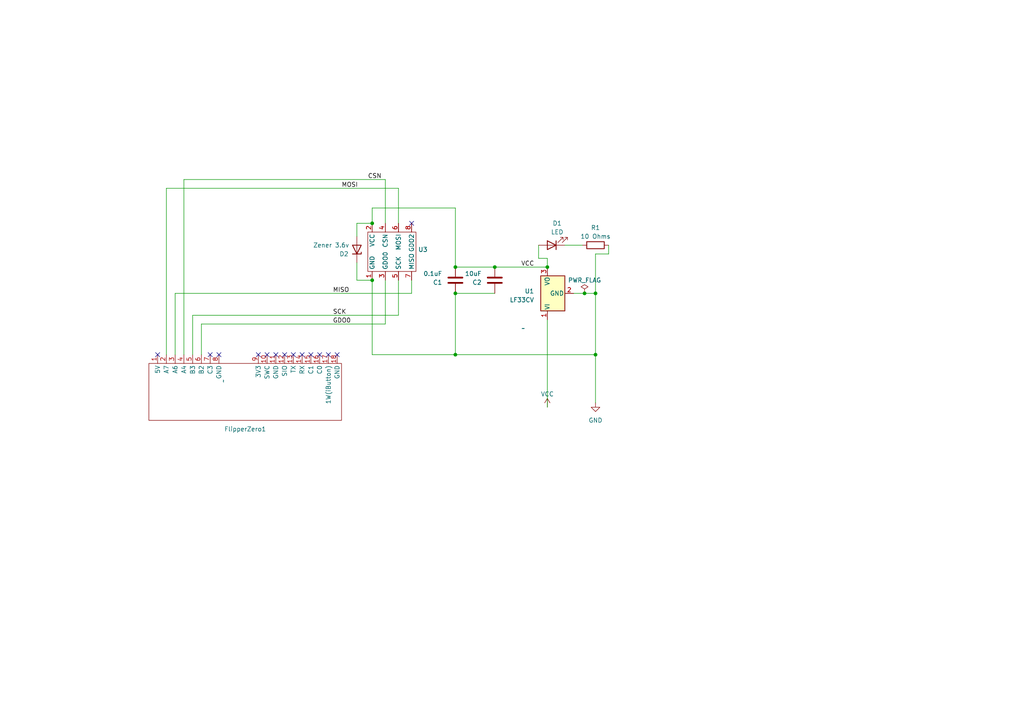
<source format=kicad_sch>
(kicad_sch (version 20230121) (generator eeschema)
  (paper "A4")
  (lib_symbols
    (symbol "CC1101_Module_1"
      (property "Reference" "U" (at 0 -0.635 0))
      (symbol "CC1101_Module_1_0_1"
        (rectangle (start -6.985 5.08) (end 6.985 -6.35))
      )
      (symbol "CC1101_Module_1_1_1"
        (pin power_in line (at -5.715 7.62 270) (length 2.54) (name "GND") (number "1"))
        (pin power_in line (at -5.715 -8.89 90) (length 2.54) (name "VCC") (number "2"))
        (pin output line (at -1.905 7.62 270) (length 2.54) (name "GDO0") (number "3"))
        (pin input line (at -1.905 -8.89 90) (length 2.54) (name "CSN") (number "4"))
        (pin input line (at 1.905 7.62 270) (length 2.54) (name "SCK") (number "5"))
        (pin input line (at 1.905 -8.89 90) (length 2.54) (name "MOSI") (number "6"))
        (pin output line (at 5.715 7.62 270) (length 2.54) (name "MISO") (number "7"))
        (pin output line (at 5.715 -8.89 90) (length 2.54) (name "GDO2") (number "8"))
      )
    )
    (symbol "Custom:FlipperZero"
      (property "Reference" "U" (at 0 0 0))
      (symbol "FlipperZero_0_1"
        (rectangle (start 29.21 -8.89) (end -26.67 7.62))
      )
      (symbol "FlipperZero_1_1"
        (pin power_out line (at 26.67 10.16 270) (length 2.54) (name "5V") (number "1"))
        (pin output line (at -5.08 10.16 270) (length 2.54) (name "SWC") (number "10"))
        (pin power_in line (at -7.62 10.16 270) (length 2.54) (name "GND") (number "11"))
        (pin bidirectional line (at -10.16 10.16 270) (length 2.54) (name "SIO") (number "12"))
        (pin output line (at -12.7 10.16 270) (length 2.54) (name "TX") (number "13"))
        (pin input line (at -15.24 10.16 270) (length 2.54) (name "RX") (number "14"))
        (pin bidirectional line (at -17.78 10.16 270) (length 2.54) (name "C1") (number "15"))
        (pin bidirectional line (at -20.32 10.16 270) (length 2.54) (name "C0") (number "16"))
        (pin bidirectional line (at -22.86 10.16 270) (length 2.54) (name "1W(iButton)") (number "17"))
        (pin power_in line (at -25.4 10.16 270) (length 2.54) (name "GND") (number "18"))
        (pin bidirectional line (at 24.13 10.16 270) (length 2.54) (name "A7") (number "2"))
        (pin bidirectional line (at 21.59 10.16 270) (length 2.54) (name "A6") (number "3"))
        (pin bidirectional line (at 19.05 10.16 270) (length 2.54) (name "A4") (number "4"))
        (pin bidirectional line (at 16.51 10.16 270) (length 2.54) (name "B3") (number "5"))
        (pin bidirectional line (at 13.97 10.16 270) (length 2.54) (name "B2") (number "6"))
        (pin bidirectional line (at 11.43 10.16 270) (length 2.54) (name "C3") (number "7"))
        (pin power_in line (at 8.89 10.16 270) (length 2.54) (name "GND") (number "8"))
        (pin power_out line (at -2.54 10.16 270) (length 2.54) (name "3V3") (number "9"))
      )
    )
    (symbol "Device:C" (pin_numbers hide) (pin_names (offset 0.254))
      (property "Reference" "C" (at 0.635 2.54 0))
      (property "Value" "C" (at 0.635 -2.54 0))
      (symbol "C_0_1"
        (polyline (pts (xy -2.032 -0.762) (xy 2.032 -0.762)) (stroke (width 0.508)))
        (polyline (pts (xy -2.032 0.762) (xy 2.032 0.762)) (stroke (width 0.508)))
      )
      (symbol "C_1_1"
        (pin passive line (at 0 3.81 270) (length 2.794) (name "~") (number "1"))
        (pin passive line (at 0 -3.81 90) (length 2.794) (name "~") (number "2"))
      )
    )
    (symbol "Device:D_Zener" (pin_numbers hide) (pin_names (offset 1.016) hide)
      (property "Reference" "D" (at 0 2.54 0))
      (property "Value" "D_Zener" (at 0 -2.54 0))
      (symbol "D_Zener_0_1"
        (polyline (pts (xy 1.27 0) (xy -1.27 0)))
        (polyline (pts (xy -1.27 -1.27) (xy -1.27 1.27) (xy -0.762 1.27)) (stroke (width 0.254)))
        (polyline (pts (xy 1.27 -1.27) (xy 1.27 1.27) (xy -1.27 0) (xy 1.27 -1.27)) (stroke (width 0.254)))
      )
      (symbol "D_Zener_1_1"
        (pin passive line (at -3.81 0 0) (length 2.54) (name "K") (number "1"))
        (pin passive line (at 3.81 0 180) (length 2.54) (name "A") (number "2"))
      )
    )
    (symbol "Device:LED" (pin_numbers hide) (pin_names (offset 1.016) hide)
      (property "Reference" "D" (at 0 2.54 0))
      (property "Value" "LED" (at 0 -2.54 0))
      (symbol "LED_0_1"
        (polyline (pts (xy -1.27 -1.27) (xy -1.27 1.27)) (stroke (width 0.254)))
        (polyline (pts (xy -1.27 0) (xy 1.27 0)))
        (polyline (pts (xy 1.27 -1.27) (xy 1.27 1.27) (xy -1.27 0) (xy 1.27 -1.27)) (stroke (width 0.254)))
        (polyline (pts (xy -3.048 -0.762) (xy -4.572 -2.286) (xy -3.81 -2.286) (xy -4.572 -2.286) (xy -4.572 -1.524)))
        (polyline (pts (xy -1.778 -0.762) (xy -3.302 -2.286) (xy -2.54 -2.286) (xy -3.302 -2.286) (xy -3.302 -1.524)))
      )
      (symbol "LED_1_1"
        (pin passive line (at -3.81 0 0) (length 2.54) (name "K") (number "1"))
        (pin passive line (at 3.81 0 180) (length 2.54) (name "A") (number "2"))
      )
    )
    (symbol "Device:R" (pin_numbers hide) (pin_names (offset 0))
      (property "Reference" "R" (at 2.032 0 90))
      (property "Value" "R" (at 0 0 90))
      (symbol "R_0_1"
        (rectangle (start -1.016 -2.54) (end 1.016 2.54) (stroke (width 0.254)))
      )
      (symbol "R_1_1"
        (pin passive line (at 0 3.81 270) (length 1.27) (name "~") (number "1"))
        (pin passive line (at 0 -3.81 90) (length 1.27) (name "~") (number "2"))
      )
    )
    (symbol "Regulator_Linear:LF33_TO220" (pin_names (offset 0.254))
      (property "Reference" "U" (at -3.81 3.175 0))
      (property "Value" "LF33_TO220" (at 0 3.175 0))
      (symbol "LF33_TO220_0_1"
        (rectangle (start -5.08 1.905) (end 5.08 -5.08) (stroke (width 0.254)) (fill (type background)))
      )
      (symbol "LF33_TO220_1_1"
        (pin power_in line (at -7.62 0 0) (length 2.54) (name "VI") (number "1"))
        (pin power_in line (at 0 -7.62 90) (length 2.54) (name "GND") (number "2"))
        (pin power_out line (at 7.62 0 180) (length 2.54) (name "VO") (number "3"))
      )
    )
    (symbol "power:GND" (power) (pin_names (offset 0))
      (property "Value" "GND" (at 0 -3.81 0))
      (symbol "GND_0_1"
        (polyline (pts (xy 0 0) (xy 0 -1.27) (xy 1.27 -1.27) (xy 0 -2.54) (xy -1.27 -1.27) (xy 0 -1.27)))
      )
      (symbol "GND_1_1"
        (pin power_in line (at 0 0 270) (length 0) hide (name "GND") (number "1"))
      )
    )
    (symbol "power:PWR_FLAG" (power) (pin_numbers hide) (pin_names (offset 0) hide)
      (property "Value" "PWR_FLAG" (at 0 3.81 0))
      (symbol "PWR_FLAG_0_0"
        (pin power_out line (at 0 0 90) (length 0) (name "pwr") (number "1"))
      )
      (symbol "PWR_FLAG_0_1"
        (polyline (pts (xy 0 0) (xy 0 1.27) (xy -1.016 1.905) (xy 0 2.54) (xy 1.016 1.905) (xy 0 1.27)))
      )
    )
    (symbol "power:VCC" (power) (pin_names (offset 0))
      (property "Value" "VCC" (at 0 3.81 0))
      (symbol "VCC_0_1"
        (polyline (pts (xy -0.762 1.27) (xy 0 2.54)))
        (polyline (pts (xy 0 0) (xy 0 2.54)))
        (polyline (pts (xy 0 2.54) (xy 0.762 1.27)))
      )
      (symbol "VCC_1_1"
        (pin power_in line (at 0 0 90) (length 0) hide (name "VCC") (number "1"))
      )
    )
  )
  (junction (at 158.75 77.47))
  (junction (at 132.08 102.87))
  (junction (at 143.51 77.47))
  (junction (at 132.08 77.47))
  (junction (at 169.545 85.09))
  (junction (at 172.72 102.87))
  (junction (at 107.95 64.77))
  (junction (at 172.72 85.09))
  (junction (at 132.08 85.09))
  (junction (at 107.95 81.28))
  (no_connect (at 77.47 102.87))
  (no_connect (at 60.96 102.87))
  (no_connect (at 45.72 102.87))
  (no_connect (at 97.79 102.87))
  (no_connect (at 82.55 102.87))
  (no_connect (at 119.38 64.77))
  (no_connect (at 90.17 102.87))
  (no_connect (at 87.63 102.87))
  (no_connect (at 95.25 102.87))
  (no_connect (at 92.71 102.87))
  (no_connect (at 85.09 102.87))
  (no_connect (at 80.01 102.87))
  (no_connect (at 74.93 102.87))
  (no_connect (at 63.5 102.87))
  (wire (pts (xy 53.34 52.07) (xy 53.34 102.87)))
  (wire (pts (xy 115.57 81.28) (xy 115.57 91.44)))
  (wire (pts (xy 103.505 64.77) (xy 103.505 68.58)))
  (wire (pts (xy 176.53 73.66) (xy 172.72 73.66)))
  (wire (pts (xy 166.37 85.09) (xy 169.545 85.09)))
  (wire (pts (xy 111.76 81.28) (xy 111.76 93.98)))
  (wire (pts (xy 107.95 60.325) (xy 107.95 64.77)))
  (wire (pts (xy 143.51 85.09) (xy 132.08 85.09)))
  (wire (pts (xy 172.72 102.87) (xy 172.72 116.84)))
  (wire (pts (xy 115.57 91.44) (xy 55.88 91.44)))
  (wire (pts (xy 132.08 60.325) (xy 107.95 60.325)))
  (wire (pts (xy 48.26 54.61) (xy 48.26 102.87)))
  (wire (pts (xy 132.08 77.47) (xy 132.08 60.325)))
  (wire (pts (xy 132.08 85.09) (xy 132.08 102.87)))
  (wire (pts (xy 119.38 85.09) (xy 50.8 85.09)))
  (wire (pts (xy 55.88 91.44) (xy 55.88 102.87)))
  (wire (pts (xy 172.72 73.66) (xy 172.72 85.09)))
  (wire (pts (xy 107.95 102.87) (xy 132.08 102.87)))
  (wire (pts (xy 115.57 54.61) (xy 115.57 64.77)))
  (wire (pts (xy 156.21 74.93) (xy 156.21 71.12)))
  (wire (pts (xy 50.8 85.09) (xy 50.8 102.87)))
  (wire (pts (xy 158.75 74.93) (xy 156.21 74.93)))
  (wire (pts (xy 143.51 77.47) (xy 132.08 77.47)))
  (wire (pts (xy 163.83 71.12) (xy 168.91 71.12)))
  (wire (pts (xy 111.76 52.07) (xy 53.34 52.07)))
  (wire (pts (xy 176.53 71.12) (xy 176.53 73.66)))
  (wire (pts (xy 111.76 52.07) (xy 111.76 64.77)))
  (wire (pts (xy 107.95 81.28) (xy 107.95 102.87)))
  (wire (pts (xy 58.42 93.98) (xy 58.42 102.87)))
  (wire (pts (xy 132.08 102.87) (xy 172.72 102.87)))
  (wire (pts (xy 111.76 93.98) (xy 58.42 93.98)))
  (wire (pts (xy 115.57 54.61) (xy 48.26 54.61)))
  (wire (pts (xy 158.75 77.47) (xy 158.75 74.93)))
  (wire (pts (xy 119.38 81.28) (xy 119.38 85.09)))
  (wire (pts (xy 143.51 77.47) (xy 158.75 77.47)))
  (wire (pts (xy 103.505 76.2) (xy 103.505 81.28)))
  (wire (pts (xy 169.545 85.09) (xy 172.72 85.09)))
  (wire (pts (xy 107.95 64.77) (xy 103.505 64.77)))
  (wire (pts (xy 103.505 81.28) (xy 107.95 81.28)))
  (wire (pts (xy 158.75 92.71) (xy 158.75 118.11)))
  (wire (pts (xy 172.72 85.09) (xy 172.72 102.87)))
  (label "VCC" (at 151.13 77.47 0))
  (label "MOSI" (at 99.06 54.61 0))
  (label "SCK" (at 96.52 91.44 0))
  (label "CSN" (at 106.68 52.07 0))
  (label "MISO" (at 96.52 85.09 0))
  (label "GDO0" (at 96.52 93.98 0))
  (symbol (lib_id "power:GND") (at 172.72 116.84 0) (unit 1)
    (property "Reference" "#PWR01" (effects hide))
    (property "Value" "GND" (at 172.72 121.92 0))
  )
  (symbol (lib_id "Custom:FlipperZero") (at 72.39 113.03 0) (mirror y) (unit 1)
    (property "Reference" "FlipperZero1" (at 71.12 124.46 0))
    (property "Value" "~" (at 64.77 110.49 90))
  )
  (symbol (lib_id "Device:D_Zener") (at 103.505 72.39 270) (mirror x) (unit 1)
    (property "Reference" "D2" (at 98.425 73.66 90) (effects (justify left)))
    (property "Value" "Zener 3.6v" (at 90.805 71.12 90) (effects (justify left)))
    (property "Footprint" "Diode_SMD:D_SOD-323_HandSoldering" (effects hide))
  )
  (symbol (lib_id "power:VCC") (at 158.75 118.11 0) (unit 1)
    (property "Reference" "#PWR02" (effects hide))
    (property "Value" "VCC" (at 158.75 114.3 0))
  )
  (symbol (lib_id "power:PWR_FLAG") (at 169.545 85.09 0) (unit 1)
    (property "Reference" "#FLG01" (effects hide))
    (property "Value" "PWR_FLAG" (at 169.545 81.28 0))
  )
  (symbol (lib_id "Device:R") (at 172.72 71.12 90) (unit 1)
    (property "Reference" "R1" (at 172.72 66.04 90))
    (property "Value" "10 Ohms" (at 172.72 68.58 90))
    (property "Footprint" "Resistor_SMD:R_0805_2012Metric_Pad1.20x1.40mm_HandSolder" (effects hide))
  )
  (symbol (lib_id "Device:C") (at 143.51 81.28 180) (unit 1)
    (property "Reference" "C2" (at 139.7 81.915 0) (effects (justify left)))
    (property "Value" "10uF" (at 139.7 79.375 0) (effects (justify left)))
    (property "Footprint" "Capacitor_SMD:C_0805_2012Metric_Pad1.18x1.45mm_HandSolder" (effects hide))
  )
  (symbol (lib_id "Regulator_Linear:LF33_TO220") (at 158.75 85.09 90) (unit 1)
    (property "Reference" "U1" (at 154.94 84.455 90) (effects (justify left)))
    (property "Value" "LF33CV" (at 154.94 86.995 90) (effects (justify left)))
    (property "Footprint" "Package_TO_SOT_SMD:SOT-23-3" (effects hide))
    (property "Datasheet" "http://www.st.com/content/ccc/resource/technical/document/datasheet/c4/0e/7e/2a/be/bc/4c/bd/CD00000546.pdf/files/CD00000546.pdf/jcr:content/translations/en.CD00000546.pdf" (effects hide))
  )
  (symbol (lib_name "CC1101_Module_1") (lib_id "Custom:CC1101_Module") (at 113.665 73.66 0) (mirror x) (unit 1)
    (property "Reference" "U3" (at 121.285 72.39 0) (effects (justify left)))
    (property "Value" "~" (at 151.765 95.25 0))
    (property "Footprint" "Connector_PinSocket_2.54mm:PinSocket_2x04_P2.54mm_Vertical" (effects hide))
  )
  (symbol (lib_id "Device:LED") (at 160.02 71.12 180) (unit 1)
    (property "Reference" "D1" (at 161.6075 64.77 0))
    (property "Value" "LED" (at 161.6075 67.31 0))
    (property "Footprint" "LED_SMD:LED_0805_2012Metric_Pad1.15x1.40mm_HandSolder" (effects hide))
  )
  (symbol (lib_id "Device:C") (at 132.08 81.28 180) (unit 1)
    (property "Reference" "C1" (at 128.27 81.915 0) (effects (justify left)))
    (property "Value" "0.1uF" (at 128.27 79.375 0) (effects (justify left)))
    (property "Footprint" "Capacitor_SMD:C_0805_2012Metric_Pad1.18x1.45mm_HandSolder" (effects hide))
  )
)
</source>
